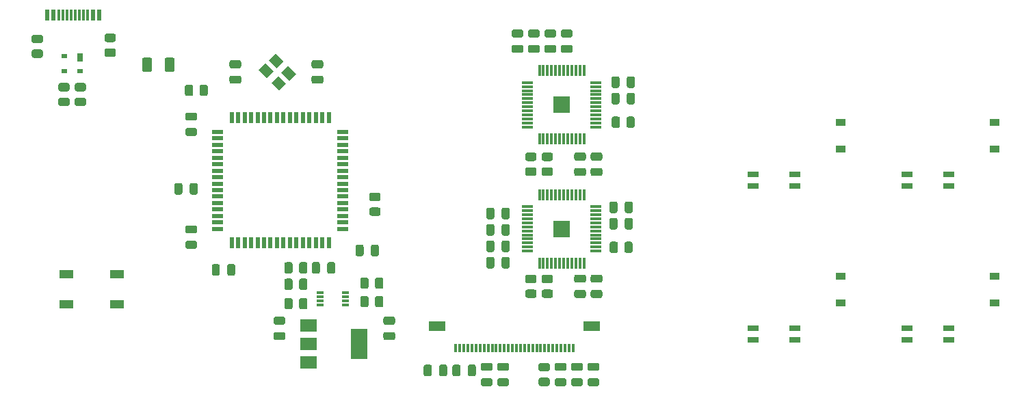
<source format=gbp>
G04 #@! TF.GenerationSoftware,KiCad,Pcbnew,(5.1.10)-1*
G04 #@! TF.CreationDate,2021-07-23T06:30:34-04:00*
G04 #@! TF.ProjectId,ProtoTooManyKeys,50726f74-6f54-46f6-9f4d-616e794b6579,1.5*
G04 #@! TF.SameCoordinates,Original*
G04 #@! TF.FileFunction,Paste,Bot*
G04 #@! TF.FilePolarity,Positive*
%FSLAX46Y46*%
G04 Gerber Fmt 4.6, Leading zero omitted, Abs format (unit mm)*
G04 Created by KiCad (PCBNEW (5.1.10)-1) date 2021-07-23 06:30:34*
%MOMM*%
%LPD*%
G01*
G04 APERTURE LIST*
%ADD10R,0.850000X0.300000*%
%ADD11R,0.600000X1.475000*%
%ADD12R,1.475000X0.600000*%
%ADD13R,2.000000X2.000000*%
%ADD14R,0.300000X1.475000*%
%ADD15R,1.475000X0.300000*%
%ADD16C,0.100000*%
%ADD17R,0.600000X1.450000*%
%ADD18R,0.300000X1.450000*%
%ADD19R,2.000000X1.500000*%
%ADD20R,2.000000X3.800000*%
%ADD21R,0.700000X1.000000*%
%ADD22R,0.700000X0.600000*%
%ADD23R,1.800000X1.100000*%
%ADD24R,2.000000X1.300000*%
%ADD25R,0.300000X1.000000*%
%ADD26R,1.400000X0.800000*%
%ADD27R,1.200000X0.900000*%
G04 APERTURE END LIST*
G36*
G01*
X375597000Y-403258000D02*
X375597000Y-404208000D01*
G75*
G02*
X375347000Y-404458000I-250000J0D01*
G01*
X374847000Y-404458000D01*
G75*
G02*
X374597000Y-404208000I0J250000D01*
G01*
X374597000Y-403258000D01*
G75*
G02*
X374847000Y-403008000I250000J0D01*
G01*
X375347000Y-403008000D01*
G75*
G02*
X375597000Y-403258000I0J-250000D01*
G01*
G37*
G36*
G01*
X377497000Y-403258000D02*
X377497000Y-404208000D01*
G75*
G02*
X377247000Y-404458000I-250000J0D01*
G01*
X376747000Y-404458000D01*
G75*
G02*
X376497000Y-404208000I0J250000D01*
G01*
X376497000Y-403258000D01*
G75*
G02*
X376747000Y-403008000I250000J0D01*
G01*
X377247000Y-403008000D01*
G75*
G02*
X377497000Y-403258000I0J-250000D01*
G01*
G37*
D10*
X375615000Y-406793000D03*
X375615000Y-407293000D03*
X375615000Y-407793000D03*
X375615000Y-408293000D03*
X378765000Y-408293000D03*
X378765000Y-407793000D03*
X378765000Y-407293000D03*
X378765000Y-406793000D03*
D11*
X364681250Y-400644250D03*
X365481250Y-400644250D03*
X366281250Y-400644250D03*
X367081250Y-400644250D03*
X367881250Y-400644250D03*
X368681250Y-400644250D03*
X369481250Y-400644250D03*
X370281250Y-400644250D03*
X371081250Y-400644250D03*
X371881250Y-400644250D03*
X372681250Y-400644250D03*
X373481250Y-400644250D03*
X374281250Y-400644250D03*
X375081250Y-400644250D03*
X375881250Y-400644250D03*
X376681250Y-400644250D03*
D12*
X378419250Y-398906250D03*
X378419250Y-398106250D03*
X378419250Y-397306250D03*
X378419250Y-396506250D03*
X378419250Y-395706250D03*
X378419250Y-394906250D03*
X378419250Y-394106250D03*
X378419250Y-393306250D03*
X378419250Y-392506250D03*
X378419250Y-391706250D03*
X378419250Y-390906250D03*
X378419250Y-390106250D03*
X378419250Y-389306250D03*
X378419250Y-388506250D03*
X378419250Y-387706250D03*
X378419250Y-386906250D03*
D11*
X376681250Y-385168250D03*
X375881250Y-385168250D03*
X375081250Y-385168250D03*
X374281250Y-385168250D03*
X373481250Y-385168250D03*
X372681250Y-385168250D03*
X371881250Y-385168250D03*
X371081250Y-385168250D03*
X370281250Y-385168250D03*
X369481250Y-385168250D03*
X368681250Y-385168250D03*
X367881250Y-385168250D03*
X367081250Y-385168250D03*
X366281250Y-385168250D03*
X365481250Y-385168250D03*
X364681250Y-385168250D03*
D12*
X362943250Y-386906250D03*
X362943250Y-387706250D03*
X362943250Y-388506250D03*
X362943250Y-389306250D03*
X362943250Y-390106250D03*
X362943250Y-390906250D03*
X362943250Y-391706250D03*
X362943250Y-392506250D03*
X362943250Y-393306250D03*
X362943250Y-394106250D03*
X362943250Y-394906250D03*
X362943250Y-395706250D03*
X362943250Y-396506250D03*
X362943250Y-397306250D03*
X362943250Y-398106250D03*
X362943250Y-398906250D03*
D13*
X405511000Y-398907000D03*
D14*
X402761000Y-403145000D03*
X403261000Y-403145000D03*
X403761000Y-403145000D03*
X404261000Y-403145000D03*
X404761000Y-403145000D03*
X405261000Y-403145000D03*
X405761000Y-403145000D03*
X406261000Y-403145000D03*
X406761000Y-403145000D03*
X407261000Y-403145000D03*
X407761000Y-403145000D03*
X408261000Y-403145000D03*
D15*
X409749000Y-401657000D03*
X409749000Y-401157000D03*
X409749000Y-400657000D03*
X409749000Y-400157000D03*
X409749000Y-399657000D03*
X409749000Y-399157000D03*
X409749000Y-398657000D03*
X409749000Y-398157000D03*
X409749000Y-397657000D03*
X409749000Y-397157000D03*
X409749000Y-396657000D03*
X409749000Y-396157000D03*
D14*
X408261000Y-394669000D03*
X407761000Y-394669000D03*
X407261000Y-394669000D03*
X406761000Y-394669000D03*
X406261000Y-394669000D03*
X405761000Y-394669000D03*
X405261000Y-394669000D03*
X404761000Y-394669000D03*
X404261000Y-394669000D03*
X403761000Y-394669000D03*
X403261000Y-394669000D03*
X402761000Y-394669000D03*
D15*
X401273000Y-396157000D03*
X401273000Y-396657000D03*
X401273000Y-397157000D03*
X401273000Y-397657000D03*
X401273000Y-398157000D03*
X401273000Y-398657000D03*
X401273000Y-399157000D03*
X401273000Y-399657000D03*
X401273000Y-400157000D03*
X401273000Y-400657000D03*
X401273000Y-401157000D03*
X401273000Y-401657000D03*
D13*
X405511000Y-383540000D03*
D14*
X402761000Y-387778000D03*
X403261000Y-387778000D03*
X403761000Y-387778000D03*
X404261000Y-387778000D03*
X404761000Y-387778000D03*
X405261000Y-387778000D03*
X405761000Y-387778000D03*
X406261000Y-387778000D03*
X406761000Y-387778000D03*
X407261000Y-387778000D03*
X407761000Y-387778000D03*
X408261000Y-387778000D03*
D15*
X409749000Y-386290000D03*
X409749000Y-385790000D03*
X409749000Y-385290000D03*
X409749000Y-384790000D03*
X409749000Y-384290000D03*
X409749000Y-383790000D03*
X409749000Y-383290000D03*
X409749000Y-382790000D03*
X409749000Y-382290000D03*
X409749000Y-381790000D03*
X409749000Y-381290000D03*
X409749000Y-380790000D03*
D14*
X408261000Y-379302000D03*
X407761000Y-379302000D03*
X407261000Y-379302000D03*
X406761000Y-379302000D03*
X406261000Y-379302000D03*
X405761000Y-379302000D03*
X405261000Y-379302000D03*
X404761000Y-379302000D03*
X404261000Y-379302000D03*
X403761000Y-379302000D03*
X403261000Y-379302000D03*
X402761000Y-379302000D03*
D15*
X401273000Y-380790000D03*
X401273000Y-381290000D03*
X401273000Y-381790000D03*
X401273000Y-382290000D03*
X401273000Y-382790000D03*
X401273000Y-383290000D03*
X401273000Y-383790000D03*
X401273000Y-384290000D03*
X401273000Y-384790000D03*
X401273000Y-385290000D03*
X401273000Y-385790000D03*
X401273000Y-386290000D03*
D16*
G36*
X372630097Y-379723488D02*
G01*
X371781569Y-380572016D01*
X370791619Y-379582066D01*
X371640147Y-378733538D01*
X372630097Y-379723488D01*
G37*
G36*
X371074462Y-378167853D02*
G01*
X370225934Y-379016381D01*
X369235984Y-378026431D01*
X370084512Y-377177903D01*
X371074462Y-378167853D01*
G37*
G36*
X369872381Y-379369934D02*
G01*
X369023853Y-380218462D01*
X368033903Y-379228512D01*
X368882431Y-378379984D01*
X369872381Y-379369934D01*
G37*
G36*
X371428016Y-380925569D02*
G01*
X370579488Y-381774097D01*
X369589538Y-380784147D01*
X370438066Y-379935619D01*
X371428016Y-380925569D01*
G37*
D17*
X348284000Y-372439000D03*
X341834000Y-372439000D03*
X347509000Y-372439000D03*
X342609000Y-372439000D03*
D18*
X343309000Y-372439000D03*
X346809000Y-372439000D03*
X343809000Y-372439000D03*
X346309000Y-372439000D03*
X344309000Y-372439000D03*
X345809000Y-372439000D03*
X345309000Y-372439000D03*
X344809000Y-372439000D03*
D19*
X374167000Y-415431000D03*
X374167000Y-410831000D03*
X374167000Y-413131000D03*
D20*
X380467000Y-413131000D03*
D21*
X345932000Y-377710000D03*
D22*
X343932000Y-377510000D03*
X345932000Y-379410000D03*
X343932000Y-379410000D03*
D23*
X350445000Y-408250000D03*
X344245000Y-404550000D03*
X350445000Y-404550000D03*
X344245000Y-408250000D03*
G36*
G01*
X413531000Y-386149002D02*
X413531000Y-385248998D01*
G75*
G02*
X413780998Y-384999000I249998J0D01*
G01*
X414306002Y-384999000D01*
G75*
G02*
X414556000Y-385248998I0J-249998D01*
G01*
X414556000Y-386149002D01*
G75*
G02*
X414306002Y-386399000I-249998J0D01*
G01*
X413780998Y-386399000D01*
G75*
G02*
X413531000Y-386149002I0J249998D01*
G01*
G37*
G36*
G01*
X411706000Y-386149002D02*
X411706000Y-385248998D01*
G75*
G02*
X411955998Y-384999000I249998J0D01*
G01*
X412481002Y-384999000D01*
G75*
G02*
X412731000Y-385248998I0J-249998D01*
G01*
X412731000Y-386149002D01*
G75*
G02*
X412481002Y-386399000I-249998J0D01*
G01*
X411955998Y-386399000D01*
G75*
G02*
X411706000Y-386149002I0J249998D01*
G01*
G37*
G36*
G01*
X401250998Y-391306000D02*
X402151002Y-391306000D01*
G75*
G02*
X402401000Y-391555998I0J-249998D01*
G01*
X402401000Y-392081002D01*
G75*
G02*
X402151002Y-392331000I-249998J0D01*
G01*
X401250998Y-392331000D01*
G75*
G02*
X401001000Y-392081002I0J249998D01*
G01*
X401001000Y-391555998D01*
G75*
G02*
X401250998Y-391306000I249998J0D01*
G01*
G37*
G36*
G01*
X401250998Y-389481000D02*
X402151002Y-389481000D01*
G75*
G02*
X402401000Y-389730998I0J-249998D01*
G01*
X402401000Y-390256002D01*
G75*
G02*
X402151002Y-390506000I-249998J0D01*
G01*
X401250998Y-390506000D01*
G75*
G02*
X401001000Y-390256002I0J249998D01*
G01*
X401001000Y-389730998D01*
G75*
G02*
X401250998Y-389481000I249998J0D01*
G01*
G37*
G36*
G01*
X403282998Y-391306000D02*
X404183002Y-391306000D01*
G75*
G02*
X404433000Y-391555998I0J-249998D01*
G01*
X404433000Y-392081002D01*
G75*
G02*
X404183002Y-392331000I-249998J0D01*
G01*
X403282998Y-392331000D01*
G75*
G02*
X403033000Y-392081002I0J249998D01*
G01*
X403033000Y-391555998D01*
G75*
G02*
X403282998Y-391306000I249998J0D01*
G01*
G37*
G36*
G01*
X403282998Y-389481000D02*
X404183002Y-389481000D01*
G75*
G02*
X404433000Y-389730998I0J-249998D01*
G01*
X404433000Y-390256002D01*
G75*
G02*
X404183002Y-390506000I-249998J0D01*
G01*
X403282998Y-390506000D01*
G75*
G02*
X403033000Y-390256002I0J249998D01*
G01*
X403033000Y-389730998D01*
G75*
G02*
X403282998Y-389481000I249998J0D01*
G01*
G37*
G36*
G01*
X413277000Y-401643002D02*
X413277000Y-400742998D01*
G75*
G02*
X413526998Y-400493000I249998J0D01*
G01*
X414052002Y-400493000D01*
G75*
G02*
X414302000Y-400742998I0J-249998D01*
G01*
X414302000Y-401643002D01*
G75*
G02*
X414052002Y-401893000I-249998J0D01*
G01*
X413526998Y-401893000D01*
G75*
G02*
X413277000Y-401643002I0J249998D01*
G01*
G37*
G36*
G01*
X411452000Y-401643002D02*
X411452000Y-400742998D01*
G75*
G02*
X411701998Y-400493000I249998J0D01*
G01*
X412227002Y-400493000D01*
G75*
G02*
X412477000Y-400742998I0J-249998D01*
G01*
X412477000Y-401643002D01*
G75*
G02*
X412227002Y-401893000I-249998J0D01*
G01*
X411701998Y-401893000D01*
G75*
G02*
X411452000Y-401643002I0J249998D01*
G01*
G37*
G36*
G01*
X401250998Y-406419000D02*
X402151002Y-406419000D01*
G75*
G02*
X402401000Y-406668998I0J-249998D01*
G01*
X402401000Y-407194002D01*
G75*
G02*
X402151002Y-407444000I-249998J0D01*
G01*
X401250998Y-407444000D01*
G75*
G02*
X401001000Y-407194002I0J249998D01*
G01*
X401001000Y-406668998D01*
G75*
G02*
X401250998Y-406419000I249998J0D01*
G01*
G37*
G36*
G01*
X401250998Y-404594000D02*
X402151002Y-404594000D01*
G75*
G02*
X402401000Y-404843998I0J-249998D01*
G01*
X402401000Y-405369002D01*
G75*
G02*
X402151002Y-405619000I-249998J0D01*
G01*
X401250998Y-405619000D01*
G75*
G02*
X401001000Y-405369002I0J249998D01*
G01*
X401001000Y-404843998D01*
G75*
G02*
X401250998Y-404594000I249998J0D01*
G01*
G37*
G36*
G01*
X403282998Y-406419000D02*
X404183002Y-406419000D01*
G75*
G02*
X404433000Y-406668998I0J-249998D01*
G01*
X404433000Y-407194002D01*
G75*
G02*
X404183002Y-407444000I-249998J0D01*
G01*
X403282998Y-407444000D01*
G75*
G02*
X403033000Y-407194002I0J249998D01*
G01*
X403033000Y-406668998D01*
G75*
G02*
X403282998Y-406419000I249998J0D01*
G01*
G37*
G36*
G01*
X403282998Y-404594000D02*
X404183002Y-404594000D01*
G75*
G02*
X404433000Y-404843998I0J-249998D01*
G01*
X404433000Y-405369002D01*
G75*
G02*
X404183002Y-405619000I-249998J0D01*
G01*
X403282998Y-405619000D01*
G75*
G02*
X403033000Y-405369002I0J249998D01*
G01*
X403033000Y-404843998D01*
G75*
G02*
X403282998Y-404594000I249998J0D01*
G01*
G37*
G36*
G01*
X373018000Y-408628002D02*
X373018000Y-407727998D01*
G75*
G02*
X373267998Y-407478000I249998J0D01*
G01*
X373793002Y-407478000D01*
G75*
G02*
X374043000Y-407727998I0J-249998D01*
G01*
X374043000Y-408628002D01*
G75*
G02*
X373793002Y-408878000I-249998J0D01*
G01*
X373267998Y-408878000D01*
G75*
G02*
X373018000Y-408628002I0J249998D01*
G01*
G37*
G36*
G01*
X371193000Y-408628002D02*
X371193000Y-407727998D01*
G75*
G02*
X371442998Y-407478000I249998J0D01*
G01*
X371968002Y-407478000D01*
G75*
G02*
X372218000Y-407727998I0J-249998D01*
G01*
X372218000Y-408628002D01*
G75*
G02*
X371968002Y-408878000I-249998J0D01*
G01*
X371442998Y-408878000D01*
G75*
G02*
X371193000Y-408628002I0J249998D01*
G01*
G37*
G36*
G01*
X373018000Y-406215002D02*
X373018000Y-405314998D01*
G75*
G02*
X373267998Y-405065000I249998J0D01*
G01*
X373793002Y-405065000D01*
G75*
G02*
X374043000Y-405314998I0J-249998D01*
G01*
X374043000Y-406215002D01*
G75*
G02*
X373793002Y-406465000I-249998J0D01*
G01*
X373267998Y-406465000D01*
G75*
G02*
X373018000Y-406215002I0J249998D01*
G01*
G37*
G36*
G01*
X371193000Y-406215002D02*
X371193000Y-405314998D01*
G75*
G02*
X371442998Y-405065000I249998J0D01*
G01*
X371968002Y-405065000D01*
G75*
G02*
X372218000Y-405314998I0J-249998D01*
G01*
X372218000Y-406215002D01*
G75*
G02*
X371968002Y-406465000I-249998J0D01*
G01*
X371442998Y-406465000D01*
G75*
G02*
X371193000Y-406215002I0J249998D01*
G01*
G37*
G36*
G01*
X373018000Y-404183002D02*
X373018000Y-403282998D01*
G75*
G02*
X373267998Y-403033000I249998J0D01*
G01*
X373793002Y-403033000D01*
G75*
G02*
X374043000Y-403282998I0J-249998D01*
G01*
X374043000Y-404183002D01*
G75*
G02*
X373793002Y-404433000I-249998J0D01*
G01*
X373267998Y-404433000D01*
G75*
G02*
X373018000Y-404183002I0J249998D01*
G01*
G37*
G36*
G01*
X371193000Y-404183002D02*
X371193000Y-403282998D01*
G75*
G02*
X371442998Y-403033000I249998J0D01*
G01*
X371968002Y-403033000D01*
G75*
G02*
X372218000Y-403282998I0J-249998D01*
G01*
X372218000Y-404183002D01*
G75*
G02*
X371968002Y-404433000I-249998J0D01*
G01*
X371442998Y-404433000D01*
G75*
G02*
X371193000Y-404183002I0J249998D01*
G01*
G37*
G36*
G01*
X402901998Y-415516000D02*
X403802002Y-415516000D01*
G75*
G02*
X404052000Y-415765998I0J-249998D01*
G01*
X404052000Y-416291002D01*
G75*
G02*
X403802002Y-416541000I-249998J0D01*
G01*
X402901998Y-416541000D01*
G75*
G02*
X402652000Y-416291002I0J249998D01*
G01*
X402652000Y-415765998D01*
G75*
G02*
X402901998Y-415516000I249998J0D01*
G01*
G37*
G36*
G01*
X402901998Y-417341000D02*
X403802002Y-417341000D01*
G75*
G02*
X404052000Y-417590998I0J-249998D01*
G01*
X404052000Y-418116002D01*
G75*
G02*
X403802002Y-418366000I-249998J0D01*
G01*
X402901998Y-418366000D01*
G75*
G02*
X402652000Y-418116002I0J249998D01*
G01*
X402652000Y-417590998D01*
G75*
G02*
X402901998Y-417341000I249998J0D01*
G01*
G37*
G36*
G01*
X381946998Y-396259000D02*
X382847002Y-396259000D01*
G75*
G02*
X383097000Y-396508998I0J-249998D01*
G01*
X383097000Y-397034002D01*
G75*
G02*
X382847002Y-397284000I-249998J0D01*
G01*
X381946998Y-397284000D01*
G75*
G02*
X381697000Y-397034002I0J249998D01*
G01*
X381697000Y-396508998D01*
G75*
G02*
X381946998Y-396259000I249998J0D01*
G01*
G37*
G36*
G01*
X381946998Y-394434000D02*
X382847002Y-394434000D01*
G75*
G02*
X383097000Y-394683998I0J-249998D01*
G01*
X383097000Y-395209002D01*
G75*
G02*
X382847002Y-395459000I-249998J0D01*
G01*
X381946998Y-395459000D01*
G75*
G02*
X381697000Y-395209002I0J249998D01*
G01*
X381697000Y-394683998D01*
G75*
G02*
X381946998Y-394434000I249998J0D01*
G01*
G37*
G36*
G01*
X350081002Y-375774000D02*
X349180998Y-375774000D01*
G75*
G02*
X348931000Y-375524002I0J249998D01*
G01*
X348931000Y-374998998D01*
G75*
G02*
X349180998Y-374749000I249998J0D01*
G01*
X350081002Y-374749000D01*
G75*
G02*
X350331000Y-374998998I0J-249998D01*
G01*
X350331000Y-375524002D01*
G75*
G02*
X350081002Y-375774000I-249998J0D01*
G01*
G37*
G36*
G01*
X350081002Y-377599000D02*
X349180998Y-377599000D01*
G75*
G02*
X348931000Y-377349002I0J249998D01*
G01*
X348931000Y-376823998D01*
G75*
G02*
X349180998Y-376574000I249998J0D01*
G01*
X350081002Y-376574000D01*
G75*
G02*
X350331000Y-376823998I0J-249998D01*
G01*
X350331000Y-377349002D01*
G75*
G02*
X350081002Y-377599000I-249998J0D01*
G01*
G37*
G36*
G01*
X381616000Y-407473998D02*
X381616000Y-408374002D01*
G75*
G02*
X381366002Y-408624000I-249998J0D01*
G01*
X380840998Y-408624000D01*
G75*
G02*
X380591000Y-408374002I0J249998D01*
G01*
X380591000Y-407473998D01*
G75*
G02*
X380840998Y-407224000I249998J0D01*
G01*
X381366002Y-407224000D01*
G75*
G02*
X381616000Y-407473998I0J-249998D01*
G01*
G37*
G36*
G01*
X383441000Y-407473998D02*
X383441000Y-408374002D01*
G75*
G02*
X383191002Y-408624000I-249998J0D01*
G01*
X382665998Y-408624000D01*
G75*
G02*
X382416000Y-408374002I0J249998D01*
G01*
X382416000Y-407473998D01*
G75*
G02*
X382665998Y-407224000I249998J0D01*
G01*
X383191002Y-407224000D01*
G75*
G02*
X383441000Y-407473998I0J-249998D01*
G01*
G37*
G36*
G01*
X382416000Y-406088002D02*
X382416000Y-405187998D01*
G75*
G02*
X382665998Y-404938000I249998J0D01*
G01*
X383191002Y-404938000D01*
G75*
G02*
X383441000Y-405187998I0J-249998D01*
G01*
X383441000Y-406088002D01*
G75*
G02*
X383191002Y-406338000I-249998J0D01*
G01*
X382665998Y-406338000D01*
G75*
G02*
X382416000Y-406088002I0J249998D01*
G01*
G37*
G36*
G01*
X380591000Y-406088002D02*
X380591000Y-405187998D01*
G75*
G02*
X380840998Y-404938000I249998J0D01*
G01*
X381366002Y-404938000D01*
G75*
G02*
X381616000Y-405187998I0J-249998D01*
G01*
X381616000Y-406088002D01*
G75*
G02*
X381366002Y-406338000I-249998J0D01*
G01*
X380840998Y-406338000D01*
G75*
G02*
X380591000Y-406088002I0J249998D01*
G01*
G37*
G36*
G01*
X341064002Y-375901000D02*
X340163998Y-375901000D01*
G75*
G02*
X339914000Y-375651002I0J249998D01*
G01*
X339914000Y-375125998D01*
G75*
G02*
X340163998Y-374876000I249998J0D01*
G01*
X341064002Y-374876000D01*
G75*
G02*
X341314000Y-375125998I0J-249998D01*
G01*
X341314000Y-375651002D01*
G75*
G02*
X341064002Y-375901000I-249998J0D01*
G01*
G37*
G36*
G01*
X341064002Y-377726000D02*
X340163998Y-377726000D01*
G75*
G02*
X339914000Y-377476002I0J249998D01*
G01*
X339914000Y-376950998D01*
G75*
G02*
X340163998Y-376701000I249998J0D01*
G01*
X341064002Y-376701000D01*
G75*
G02*
X341314000Y-376950998I0J-249998D01*
G01*
X341314000Y-377476002D01*
G75*
G02*
X341064002Y-377726000I-249998J0D01*
G01*
G37*
G36*
G01*
X346398002Y-381870000D02*
X345497998Y-381870000D01*
G75*
G02*
X345248000Y-381620002I0J249998D01*
G01*
X345248000Y-381094998D01*
G75*
G02*
X345497998Y-380845000I249998J0D01*
G01*
X346398002Y-380845000D01*
G75*
G02*
X346648000Y-381094998I0J-249998D01*
G01*
X346648000Y-381620002D01*
G75*
G02*
X346398002Y-381870000I-249998J0D01*
G01*
G37*
G36*
G01*
X346398002Y-383695000D02*
X345497998Y-383695000D01*
G75*
G02*
X345248000Y-383445002I0J249998D01*
G01*
X345248000Y-382919998D01*
G75*
G02*
X345497998Y-382670000I249998J0D01*
G01*
X346398002Y-382670000D01*
G75*
G02*
X346648000Y-382919998I0J-249998D01*
G01*
X346648000Y-383445002D01*
G75*
G02*
X346398002Y-383695000I-249998J0D01*
G01*
G37*
G36*
G01*
X344366002Y-381870000D02*
X343465998Y-381870000D01*
G75*
G02*
X343216000Y-381620002I0J249998D01*
G01*
X343216000Y-381094998D01*
G75*
G02*
X343465998Y-380845000I249998J0D01*
G01*
X344366002Y-380845000D01*
G75*
G02*
X344616000Y-381094998I0J-249998D01*
G01*
X344616000Y-381620002D01*
G75*
G02*
X344366002Y-381870000I-249998J0D01*
G01*
G37*
G36*
G01*
X344366002Y-383695000D02*
X343465998Y-383695000D01*
G75*
G02*
X343216000Y-383445002I0J249998D01*
G01*
X343216000Y-382919998D01*
G75*
G02*
X343465998Y-382670000I249998J0D01*
G01*
X344366002Y-382670000D01*
G75*
G02*
X344616000Y-382919998I0J-249998D01*
G01*
X344616000Y-383445002D01*
G75*
G02*
X344366002Y-383695000I-249998J0D01*
G01*
G37*
G36*
G01*
X360699000Y-382212002D02*
X360699000Y-381311998D01*
G75*
G02*
X360948998Y-381062000I249998J0D01*
G01*
X361474002Y-381062000D01*
G75*
G02*
X361724000Y-381311998I0J-249998D01*
G01*
X361724000Y-382212002D01*
G75*
G02*
X361474002Y-382462000I-249998J0D01*
G01*
X360948998Y-382462000D01*
G75*
G02*
X360699000Y-382212002I0J249998D01*
G01*
G37*
G36*
G01*
X358874000Y-382212002D02*
X358874000Y-381311998D01*
G75*
G02*
X359123998Y-381062000I249998J0D01*
G01*
X359649002Y-381062000D01*
G75*
G02*
X359899000Y-381311998I0J-249998D01*
G01*
X359899000Y-382212002D01*
G75*
G02*
X359649002Y-382462000I-249998J0D01*
G01*
X359123998Y-382462000D01*
G75*
G02*
X358874000Y-382212002I0J249998D01*
G01*
G37*
D24*
X409219000Y-410932000D03*
X390119000Y-410932000D03*
D25*
X406919000Y-413632000D03*
X406419000Y-413632000D03*
X405919000Y-413632000D03*
X405419000Y-413632000D03*
X404919000Y-413632000D03*
X404419000Y-413632000D03*
X403919000Y-413632000D03*
X403419000Y-413632000D03*
X402919000Y-413632000D03*
X402419000Y-413632000D03*
X401919000Y-413632000D03*
X401419000Y-413632000D03*
X400919000Y-413632000D03*
X400419000Y-413632000D03*
X399919000Y-413632000D03*
X399419000Y-413632000D03*
X398919000Y-413632000D03*
X398419000Y-413632000D03*
X397919000Y-413632000D03*
X397419000Y-413632000D03*
X396919000Y-413632000D03*
X396419000Y-413632000D03*
X395919000Y-413632000D03*
X395419000Y-413632000D03*
X394919000Y-413632000D03*
X394419000Y-413632000D03*
X393919000Y-413632000D03*
X393419000Y-413632000D03*
X392919000Y-413632000D03*
X392419000Y-413632000D03*
G36*
G01*
X354825000Y-377962000D02*
X354825000Y-379212000D01*
G75*
G02*
X354575000Y-379462000I-250000J0D01*
G01*
X353825000Y-379462000D01*
G75*
G02*
X353575000Y-379212000I0J250000D01*
G01*
X353575000Y-377962000D01*
G75*
G02*
X353825000Y-377712000I250000J0D01*
G01*
X354575000Y-377712000D01*
G75*
G02*
X354825000Y-377962000I0J-250000D01*
G01*
G37*
G36*
G01*
X357625000Y-377962000D02*
X357625000Y-379212000D01*
G75*
G02*
X357375000Y-379462000I-250000J0D01*
G01*
X356625000Y-379462000D01*
G75*
G02*
X356375000Y-379212000I0J250000D01*
G01*
X356375000Y-377962000D01*
G75*
G02*
X356625000Y-377712000I250000J0D01*
G01*
X357375000Y-377712000D01*
G75*
G02*
X357625000Y-377962000I0J-250000D01*
G01*
G37*
D26*
X453450000Y-411230837D03*
X448250000Y-411230837D03*
X448250000Y-412680837D03*
X453450000Y-412680837D03*
X434400000Y-411230837D03*
X429200000Y-411230837D03*
X429200000Y-412680837D03*
X434400000Y-412680837D03*
D27*
X459105000Y-404750000D03*
X459105000Y-408050000D03*
X459105000Y-385700000D03*
X459105000Y-389000000D03*
X440055000Y-404750000D03*
X440055000Y-408050000D03*
X440055000Y-389000000D03*
X440055000Y-385700000D03*
D26*
X453450000Y-392183000D03*
X448250000Y-392183000D03*
X448250000Y-393633000D03*
X453450000Y-393633000D03*
X434400000Y-393633000D03*
X429200000Y-393633000D03*
X429200000Y-392183000D03*
X434400000Y-392183000D03*
G36*
G01*
X398087000Y-399509000D02*
X398087000Y-398559000D01*
G75*
G02*
X398337000Y-398309000I250000J0D01*
G01*
X398837000Y-398309000D01*
G75*
G02*
X399087000Y-398559000I0J-250000D01*
G01*
X399087000Y-399509000D01*
G75*
G02*
X398837000Y-399759000I-250000J0D01*
G01*
X398337000Y-399759000D01*
G75*
G02*
X398087000Y-399509000I0J250000D01*
G01*
G37*
G36*
G01*
X396187000Y-399509000D02*
X396187000Y-398559000D01*
G75*
G02*
X396437000Y-398309000I250000J0D01*
G01*
X396937000Y-398309000D01*
G75*
G02*
X397187000Y-398559000I0J-250000D01*
G01*
X397187000Y-399509000D01*
G75*
G02*
X396937000Y-399759000I-250000J0D01*
G01*
X396437000Y-399759000D01*
G75*
G02*
X396187000Y-399509000I0J250000D01*
G01*
G37*
G36*
G01*
X401607000Y-376116000D02*
X402557000Y-376116000D01*
G75*
G02*
X402807000Y-376366000I0J-250000D01*
G01*
X402807000Y-376866000D01*
G75*
G02*
X402557000Y-377116000I-250000J0D01*
G01*
X401607000Y-377116000D01*
G75*
G02*
X401357000Y-376866000I0J250000D01*
G01*
X401357000Y-376366000D01*
G75*
G02*
X401607000Y-376116000I250000J0D01*
G01*
G37*
G36*
G01*
X401607000Y-374216000D02*
X402557000Y-374216000D01*
G75*
G02*
X402807000Y-374466000I0J-250000D01*
G01*
X402807000Y-374966000D01*
G75*
G02*
X402557000Y-375216000I-250000J0D01*
G01*
X401607000Y-375216000D01*
G75*
G02*
X401357000Y-374966000I0J250000D01*
G01*
X401357000Y-374466000D01*
G75*
G02*
X401607000Y-374216000I250000J0D01*
G01*
G37*
G36*
G01*
X413581000Y-381221000D02*
X413581000Y-380271000D01*
G75*
G02*
X413831000Y-380021000I250000J0D01*
G01*
X414331000Y-380021000D01*
G75*
G02*
X414581000Y-380271000I0J-250000D01*
G01*
X414581000Y-381221000D01*
G75*
G02*
X414331000Y-381471000I-250000J0D01*
G01*
X413831000Y-381471000D01*
G75*
G02*
X413581000Y-381221000I0J250000D01*
G01*
G37*
G36*
G01*
X411681000Y-381221000D02*
X411681000Y-380271000D01*
G75*
G02*
X411931000Y-380021000I250000J0D01*
G01*
X412431000Y-380021000D01*
G75*
G02*
X412681000Y-380271000I0J-250000D01*
G01*
X412681000Y-381221000D01*
G75*
G02*
X412431000Y-381471000I-250000J0D01*
G01*
X411931000Y-381471000D01*
G75*
G02*
X411681000Y-381221000I0J250000D01*
G01*
G37*
G36*
G01*
X413581000Y-383253000D02*
X413581000Y-382303000D01*
G75*
G02*
X413831000Y-382053000I250000J0D01*
G01*
X414331000Y-382053000D01*
G75*
G02*
X414581000Y-382303000I0J-250000D01*
G01*
X414581000Y-383253000D01*
G75*
G02*
X414331000Y-383503000I-250000J0D01*
G01*
X413831000Y-383503000D01*
G75*
G02*
X413581000Y-383253000I0J250000D01*
G01*
G37*
G36*
G01*
X411681000Y-383253000D02*
X411681000Y-382303000D01*
G75*
G02*
X411931000Y-382053000I250000J0D01*
G01*
X412431000Y-382053000D01*
G75*
G02*
X412681000Y-382303000I0J-250000D01*
G01*
X412681000Y-383253000D01*
G75*
G02*
X412431000Y-383503000I-250000J0D01*
G01*
X411931000Y-383503000D01*
G75*
G02*
X411681000Y-383253000I0J250000D01*
G01*
G37*
G36*
G01*
X400525000Y-375216000D02*
X399575000Y-375216000D01*
G75*
G02*
X399325000Y-374966000I0J250000D01*
G01*
X399325000Y-374466000D01*
G75*
G02*
X399575000Y-374216000I250000J0D01*
G01*
X400525000Y-374216000D01*
G75*
G02*
X400775000Y-374466000I0J-250000D01*
G01*
X400775000Y-374966000D01*
G75*
G02*
X400525000Y-375216000I-250000J0D01*
G01*
G37*
G36*
G01*
X400525000Y-377116000D02*
X399575000Y-377116000D01*
G75*
G02*
X399325000Y-376866000I0J250000D01*
G01*
X399325000Y-376366000D01*
G75*
G02*
X399575000Y-376116000I250000J0D01*
G01*
X400525000Y-376116000D01*
G75*
G02*
X400775000Y-376366000I0J-250000D01*
G01*
X400775000Y-376866000D01*
G75*
G02*
X400525000Y-377116000I-250000J0D01*
G01*
G37*
G36*
G01*
X406621000Y-375216000D02*
X405671000Y-375216000D01*
G75*
G02*
X405421000Y-374966000I0J250000D01*
G01*
X405421000Y-374466000D01*
G75*
G02*
X405671000Y-374216000I250000J0D01*
G01*
X406621000Y-374216000D01*
G75*
G02*
X406871000Y-374466000I0J-250000D01*
G01*
X406871000Y-374966000D01*
G75*
G02*
X406621000Y-375216000I-250000J0D01*
G01*
G37*
G36*
G01*
X406621000Y-377116000D02*
X405671000Y-377116000D01*
G75*
G02*
X405421000Y-376866000I0J250000D01*
G01*
X405421000Y-376366000D01*
G75*
G02*
X405671000Y-376116000I250000J0D01*
G01*
X406621000Y-376116000D01*
G75*
G02*
X406871000Y-376366000I0J-250000D01*
G01*
X406871000Y-376866000D01*
G75*
G02*
X406621000Y-377116000I-250000J0D01*
G01*
G37*
G36*
G01*
X404589000Y-375216000D02*
X403639000Y-375216000D01*
G75*
G02*
X403389000Y-374966000I0J250000D01*
G01*
X403389000Y-374466000D01*
G75*
G02*
X403639000Y-374216000I250000J0D01*
G01*
X404589000Y-374216000D01*
G75*
G02*
X404839000Y-374466000I0J-250000D01*
G01*
X404839000Y-374966000D01*
G75*
G02*
X404589000Y-375216000I-250000J0D01*
G01*
G37*
G36*
G01*
X404589000Y-377116000D02*
X403639000Y-377116000D01*
G75*
G02*
X403389000Y-376866000I0J250000D01*
G01*
X403389000Y-376366000D01*
G75*
G02*
X403639000Y-376116000I250000J0D01*
G01*
X404589000Y-376116000D01*
G75*
G02*
X404839000Y-376366000I0J-250000D01*
G01*
X404839000Y-376866000D01*
G75*
G02*
X404589000Y-377116000I-250000J0D01*
G01*
G37*
G36*
G01*
X384650000Y-410776000D02*
X383700000Y-410776000D01*
G75*
G02*
X383450000Y-410526000I0J250000D01*
G01*
X383450000Y-410026000D01*
G75*
G02*
X383700000Y-409776000I250000J0D01*
G01*
X384650000Y-409776000D01*
G75*
G02*
X384900000Y-410026000I0J-250000D01*
G01*
X384900000Y-410526000D01*
G75*
G02*
X384650000Y-410776000I-250000J0D01*
G01*
G37*
G36*
G01*
X384650000Y-412676000D02*
X383700000Y-412676000D01*
G75*
G02*
X383450000Y-412426000I0J250000D01*
G01*
X383450000Y-411926000D01*
G75*
G02*
X383700000Y-411676000I250000J0D01*
G01*
X384650000Y-411676000D01*
G75*
G02*
X384900000Y-411926000I0J-250000D01*
G01*
X384900000Y-412426000D01*
G75*
G02*
X384650000Y-412676000I-250000J0D01*
G01*
G37*
G36*
G01*
X370111000Y-411676000D02*
X371061000Y-411676000D01*
G75*
G02*
X371311000Y-411926000I0J-250000D01*
G01*
X371311000Y-412426000D01*
G75*
G02*
X371061000Y-412676000I-250000J0D01*
G01*
X370111000Y-412676000D01*
G75*
G02*
X369861000Y-412426000I0J250000D01*
G01*
X369861000Y-411926000D01*
G75*
G02*
X370111000Y-411676000I250000J0D01*
G01*
G37*
G36*
G01*
X370111000Y-409776000D02*
X371061000Y-409776000D01*
G75*
G02*
X371311000Y-410026000I0J-250000D01*
G01*
X371311000Y-410526000D01*
G75*
G02*
X371061000Y-410776000I-250000J0D01*
G01*
X370111000Y-410776000D01*
G75*
G02*
X369861000Y-410526000I0J250000D01*
G01*
X369861000Y-410026000D01*
G75*
G02*
X370111000Y-409776000I250000J0D01*
G01*
G37*
G36*
G01*
X409354000Y-391356000D02*
X410304000Y-391356000D01*
G75*
G02*
X410554000Y-391606000I0J-250000D01*
G01*
X410554000Y-392106000D01*
G75*
G02*
X410304000Y-392356000I-250000J0D01*
G01*
X409354000Y-392356000D01*
G75*
G02*
X409104000Y-392106000I0J250000D01*
G01*
X409104000Y-391606000D01*
G75*
G02*
X409354000Y-391356000I250000J0D01*
G01*
G37*
G36*
G01*
X409354000Y-389456000D02*
X410304000Y-389456000D01*
G75*
G02*
X410554000Y-389706000I0J-250000D01*
G01*
X410554000Y-390206000D01*
G75*
G02*
X410304000Y-390456000I-250000J0D01*
G01*
X409354000Y-390456000D01*
G75*
G02*
X409104000Y-390206000I0J250000D01*
G01*
X409104000Y-389706000D01*
G75*
G02*
X409354000Y-389456000I250000J0D01*
G01*
G37*
G36*
G01*
X407322000Y-391356000D02*
X408272000Y-391356000D01*
G75*
G02*
X408522000Y-391606000I0J-250000D01*
G01*
X408522000Y-392106000D01*
G75*
G02*
X408272000Y-392356000I-250000J0D01*
G01*
X407322000Y-392356000D01*
G75*
G02*
X407072000Y-392106000I0J250000D01*
G01*
X407072000Y-391606000D01*
G75*
G02*
X407322000Y-391356000I250000J0D01*
G01*
G37*
G36*
G01*
X407322000Y-389456000D02*
X408272000Y-389456000D01*
G75*
G02*
X408522000Y-389706000I0J-250000D01*
G01*
X408522000Y-390206000D01*
G75*
G02*
X408272000Y-390456000I-250000J0D01*
G01*
X407322000Y-390456000D01*
G75*
G02*
X407072000Y-390206000I0J250000D01*
G01*
X407072000Y-389706000D01*
G75*
G02*
X407322000Y-389456000I250000J0D01*
G01*
G37*
G36*
G01*
X408272000Y-405569000D02*
X407322000Y-405569000D01*
G75*
G02*
X407072000Y-405319000I0J250000D01*
G01*
X407072000Y-404819000D01*
G75*
G02*
X407322000Y-404569000I250000J0D01*
G01*
X408272000Y-404569000D01*
G75*
G02*
X408522000Y-404819000I0J-250000D01*
G01*
X408522000Y-405319000D01*
G75*
G02*
X408272000Y-405569000I-250000J0D01*
G01*
G37*
G36*
G01*
X408272000Y-407469000D02*
X407322000Y-407469000D01*
G75*
G02*
X407072000Y-407219000I0J250000D01*
G01*
X407072000Y-406719000D01*
G75*
G02*
X407322000Y-406469000I250000J0D01*
G01*
X408272000Y-406469000D01*
G75*
G02*
X408522000Y-406719000I0J-250000D01*
G01*
X408522000Y-407219000D01*
G75*
G02*
X408272000Y-407469000I-250000J0D01*
G01*
G37*
G36*
G01*
X410304000Y-405569000D02*
X409354000Y-405569000D01*
G75*
G02*
X409104000Y-405319000I0J250000D01*
G01*
X409104000Y-404819000D01*
G75*
G02*
X409354000Y-404569000I250000J0D01*
G01*
X410304000Y-404569000D01*
G75*
G02*
X410554000Y-404819000I0J-250000D01*
G01*
X410554000Y-405319000D01*
G75*
G02*
X410304000Y-405569000I-250000J0D01*
G01*
G37*
G36*
G01*
X410304000Y-407469000D02*
X409354000Y-407469000D01*
G75*
G02*
X409104000Y-407219000I0J250000D01*
G01*
X409104000Y-406719000D01*
G75*
G02*
X409354000Y-406469000I250000J0D01*
G01*
X410304000Y-406469000D01*
G75*
G02*
X410554000Y-406719000I0J-250000D01*
G01*
X410554000Y-407219000D01*
G75*
G02*
X410304000Y-407469000I-250000J0D01*
G01*
G37*
G36*
G01*
X397187000Y-396527000D02*
X397187000Y-397477000D01*
G75*
G02*
X396937000Y-397727000I-250000J0D01*
G01*
X396437000Y-397727000D01*
G75*
G02*
X396187000Y-397477000I0J250000D01*
G01*
X396187000Y-396527000D01*
G75*
G02*
X396437000Y-396277000I250000J0D01*
G01*
X396937000Y-396277000D01*
G75*
G02*
X397187000Y-396527000I0J-250000D01*
G01*
G37*
G36*
G01*
X399087000Y-396527000D02*
X399087000Y-397477000D01*
G75*
G02*
X398837000Y-397727000I-250000J0D01*
G01*
X398337000Y-397727000D01*
G75*
G02*
X398087000Y-397477000I0J250000D01*
G01*
X398087000Y-396527000D01*
G75*
G02*
X398337000Y-396277000I250000J0D01*
G01*
X398837000Y-396277000D01*
G75*
G02*
X399087000Y-396527000I0J-250000D01*
G01*
G37*
G36*
G01*
X365600000Y-379026000D02*
X364650000Y-379026000D01*
G75*
G02*
X364400000Y-378776000I0J250000D01*
G01*
X364400000Y-378276000D01*
G75*
G02*
X364650000Y-378026000I250000J0D01*
G01*
X365600000Y-378026000D01*
G75*
G02*
X365850000Y-378276000I0J-250000D01*
G01*
X365850000Y-378776000D01*
G75*
G02*
X365600000Y-379026000I-250000J0D01*
G01*
G37*
G36*
G01*
X365600000Y-380926000D02*
X364650000Y-380926000D01*
G75*
G02*
X364400000Y-380676000I0J250000D01*
G01*
X364400000Y-380176000D01*
G75*
G02*
X364650000Y-379926000I250000J0D01*
G01*
X365600000Y-379926000D01*
G75*
G02*
X365850000Y-380176000I0J-250000D01*
G01*
X365850000Y-380676000D01*
G75*
G02*
X365600000Y-380926000I-250000J0D01*
G01*
G37*
G36*
G01*
X412427000Y-397797000D02*
X412427000Y-398747000D01*
G75*
G02*
X412177000Y-398997000I-250000J0D01*
G01*
X411677000Y-398997000D01*
G75*
G02*
X411427000Y-398747000I0J250000D01*
G01*
X411427000Y-397797000D01*
G75*
G02*
X411677000Y-397547000I250000J0D01*
G01*
X412177000Y-397547000D01*
G75*
G02*
X412427000Y-397797000I0J-250000D01*
G01*
G37*
G36*
G01*
X414327000Y-397797000D02*
X414327000Y-398747000D01*
G75*
G02*
X414077000Y-398997000I-250000J0D01*
G01*
X413577000Y-398997000D01*
G75*
G02*
X413327000Y-398747000I0J250000D01*
G01*
X413327000Y-397797000D01*
G75*
G02*
X413577000Y-397547000I250000J0D01*
G01*
X414077000Y-397547000D01*
G75*
G02*
X414327000Y-397797000I0J-250000D01*
G01*
G37*
G36*
G01*
X412427000Y-395765000D02*
X412427000Y-396715000D01*
G75*
G02*
X412177000Y-396965000I-250000J0D01*
G01*
X411677000Y-396965000D01*
G75*
G02*
X411427000Y-396715000I0J250000D01*
G01*
X411427000Y-395765000D01*
G75*
G02*
X411677000Y-395515000I250000J0D01*
G01*
X412177000Y-395515000D01*
G75*
G02*
X412427000Y-395765000I0J-250000D01*
G01*
G37*
G36*
G01*
X414327000Y-395765000D02*
X414327000Y-396715000D01*
G75*
G02*
X414077000Y-396965000I-250000J0D01*
G01*
X413577000Y-396965000D01*
G75*
G02*
X413327000Y-396715000I0J250000D01*
G01*
X413327000Y-395765000D01*
G75*
G02*
X413577000Y-395515000I250000J0D01*
G01*
X414077000Y-395515000D01*
G75*
G02*
X414327000Y-395765000I0J-250000D01*
G01*
G37*
G36*
G01*
X374810000Y-379926000D02*
X375760000Y-379926000D01*
G75*
G02*
X376010000Y-380176000I0J-250000D01*
G01*
X376010000Y-380676000D01*
G75*
G02*
X375760000Y-380926000I-250000J0D01*
G01*
X374810000Y-380926000D01*
G75*
G02*
X374560000Y-380676000I0J250000D01*
G01*
X374560000Y-380176000D01*
G75*
G02*
X374810000Y-379926000I250000J0D01*
G01*
G37*
G36*
G01*
X374810000Y-378026000D02*
X375760000Y-378026000D01*
G75*
G02*
X376010000Y-378276000I0J-250000D01*
G01*
X376010000Y-378776000D01*
G75*
G02*
X375760000Y-379026000I-250000J0D01*
G01*
X374810000Y-379026000D01*
G75*
G02*
X374560000Y-378776000I0J250000D01*
G01*
X374560000Y-378276000D01*
G75*
G02*
X374810000Y-378026000I250000J0D01*
G01*
G37*
G36*
G01*
X398087000Y-403573000D02*
X398087000Y-402623000D01*
G75*
G02*
X398337000Y-402373000I250000J0D01*
G01*
X398837000Y-402373000D01*
G75*
G02*
X399087000Y-402623000I0J-250000D01*
G01*
X399087000Y-403573000D01*
G75*
G02*
X398837000Y-403823000I-250000J0D01*
G01*
X398337000Y-403823000D01*
G75*
G02*
X398087000Y-403573000I0J250000D01*
G01*
G37*
G36*
G01*
X396187000Y-403573000D02*
X396187000Y-402623000D01*
G75*
G02*
X396437000Y-402373000I250000J0D01*
G01*
X396937000Y-402373000D01*
G75*
G02*
X397187000Y-402623000I0J-250000D01*
G01*
X397187000Y-403573000D01*
G75*
G02*
X396937000Y-403823000I-250000J0D01*
G01*
X396437000Y-403823000D01*
G75*
G02*
X396187000Y-403573000I0J250000D01*
G01*
G37*
G36*
G01*
X398087000Y-401541000D02*
X398087000Y-400591000D01*
G75*
G02*
X398337000Y-400341000I250000J0D01*
G01*
X398837000Y-400341000D01*
G75*
G02*
X399087000Y-400591000I0J-250000D01*
G01*
X399087000Y-401541000D01*
G75*
G02*
X398837000Y-401791000I-250000J0D01*
G01*
X398337000Y-401791000D01*
G75*
G02*
X398087000Y-401541000I0J250000D01*
G01*
G37*
G36*
G01*
X396187000Y-401541000D02*
X396187000Y-400591000D01*
G75*
G02*
X396437000Y-400341000I250000J0D01*
G01*
X396937000Y-400341000D01*
G75*
G02*
X397187000Y-400591000I0J-250000D01*
G01*
X397187000Y-401541000D01*
G75*
G02*
X396937000Y-401791000I-250000J0D01*
G01*
X396437000Y-401791000D01*
G75*
G02*
X396187000Y-401541000I0J250000D01*
G01*
G37*
G36*
G01*
X409923000Y-418391000D02*
X408973000Y-418391000D01*
G75*
G02*
X408723000Y-418141000I0J250000D01*
G01*
X408723000Y-417641000D01*
G75*
G02*
X408973000Y-417391000I250000J0D01*
G01*
X409923000Y-417391000D01*
G75*
G02*
X410173000Y-417641000I0J-250000D01*
G01*
X410173000Y-418141000D01*
G75*
G02*
X409923000Y-418391000I-250000J0D01*
G01*
G37*
G36*
G01*
X409923000Y-416491000D02*
X408973000Y-416491000D01*
G75*
G02*
X408723000Y-416241000I0J250000D01*
G01*
X408723000Y-415741000D01*
G75*
G02*
X408973000Y-415491000I250000J0D01*
G01*
X409923000Y-415491000D01*
G75*
G02*
X410173000Y-415741000I0J-250000D01*
G01*
X410173000Y-416241000D01*
G75*
G02*
X409923000Y-416491000I-250000J0D01*
G01*
G37*
G36*
G01*
X380997000Y-401099000D02*
X380997000Y-402049000D01*
G75*
G02*
X380747000Y-402299000I-250000J0D01*
G01*
X380247000Y-402299000D01*
G75*
G02*
X379997000Y-402049000I0J250000D01*
G01*
X379997000Y-401099000D01*
G75*
G02*
X380247000Y-400849000I250000J0D01*
G01*
X380747000Y-400849000D01*
G75*
G02*
X380997000Y-401099000I0J-250000D01*
G01*
G37*
G36*
G01*
X382897000Y-401099000D02*
X382897000Y-402049000D01*
G75*
G02*
X382647000Y-402299000I-250000J0D01*
G01*
X382147000Y-402299000D01*
G75*
G02*
X381897000Y-402049000I0J250000D01*
G01*
X381897000Y-401099000D01*
G75*
G02*
X382147000Y-400849000I250000J0D01*
G01*
X382647000Y-400849000D01*
G75*
G02*
X382897000Y-401099000I0J-250000D01*
G01*
G37*
G36*
G01*
X363212000Y-403512000D02*
X363212000Y-404462000D01*
G75*
G02*
X362962000Y-404712000I-250000J0D01*
G01*
X362462000Y-404712000D01*
G75*
G02*
X362212000Y-404462000I0J250000D01*
G01*
X362212000Y-403512000D01*
G75*
G02*
X362462000Y-403262000I250000J0D01*
G01*
X362962000Y-403262000D01*
G75*
G02*
X363212000Y-403512000I0J-250000D01*
G01*
G37*
G36*
G01*
X365112000Y-403512000D02*
X365112000Y-404462000D01*
G75*
G02*
X364862000Y-404712000I-250000J0D01*
G01*
X364362000Y-404712000D01*
G75*
G02*
X364112000Y-404462000I0J250000D01*
G01*
X364112000Y-403512000D01*
G75*
G02*
X364362000Y-403262000I250000J0D01*
G01*
X364862000Y-403262000D01*
G75*
G02*
X365112000Y-403512000I0J-250000D01*
G01*
G37*
G36*
G01*
X360139000Y-385503000D02*
X359189000Y-385503000D01*
G75*
G02*
X358939000Y-385253000I0J250000D01*
G01*
X358939000Y-384753000D01*
G75*
G02*
X359189000Y-384503000I250000J0D01*
G01*
X360139000Y-384503000D01*
G75*
G02*
X360389000Y-384753000I0J-250000D01*
G01*
X360389000Y-385253000D01*
G75*
G02*
X360139000Y-385503000I-250000J0D01*
G01*
G37*
G36*
G01*
X360139000Y-387403000D02*
X359189000Y-387403000D01*
G75*
G02*
X358939000Y-387153000I0J250000D01*
G01*
X358939000Y-386653000D01*
G75*
G02*
X359189000Y-386403000I250000J0D01*
G01*
X360139000Y-386403000D01*
G75*
G02*
X360389000Y-386653000I0J-250000D01*
G01*
X360389000Y-387153000D01*
G75*
G02*
X360139000Y-387403000I-250000J0D01*
G01*
G37*
G36*
G01*
X360139000Y-399473000D02*
X359189000Y-399473000D01*
G75*
G02*
X358939000Y-399223000I0J250000D01*
G01*
X358939000Y-398723000D01*
G75*
G02*
X359189000Y-398473000I250000J0D01*
G01*
X360139000Y-398473000D01*
G75*
G02*
X360389000Y-398723000I0J-250000D01*
G01*
X360389000Y-399223000D01*
G75*
G02*
X360139000Y-399473000I-250000J0D01*
G01*
G37*
G36*
G01*
X360139000Y-401373000D02*
X359189000Y-401373000D01*
G75*
G02*
X358939000Y-401123000I0J250000D01*
G01*
X358939000Y-400623000D01*
G75*
G02*
X359189000Y-400373000I250000J0D01*
G01*
X360139000Y-400373000D01*
G75*
G02*
X360389000Y-400623000I0J-250000D01*
G01*
X360389000Y-401123000D01*
G75*
G02*
X360139000Y-401373000I-250000J0D01*
G01*
G37*
G36*
G01*
X407891000Y-416491000D02*
X406941000Y-416491000D01*
G75*
G02*
X406691000Y-416241000I0J250000D01*
G01*
X406691000Y-415741000D01*
G75*
G02*
X406941000Y-415491000I250000J0D01*
G01*
X407891000Y-415491000D01*
G75*
G02*
X408141000Y-415741000I0J-250000D01*
G01*
X408141000Y-416241000D01*
G75*
G02*
X407891000Y-416491000I-250000J0D01*
G01*
G37*
G36*
G01*
X407891000Y-418391000D02*
X406941000Y-418391000D01*
G75*
G02*
X406691000Y-418141000I0J250000D01*
G01*
X406691000Y-417641000D01*
G75*
G02*
X406941000Y-417391000I250000J0D01*
G01*
X407891000Y-417391000D01*
G75*
G02*
X408141000Y-417641000I0J-250000D01*
G01*
X408141000Y-418141000D01*
G75*
G02*
X407891000Y-418391000I-250000J0D01*
G01*
G37*
G36*
G01*
X405859000Y-416491000D02*
X404909000Y-416491000D01*
G75*
G02*
X404659000Y-416241000I0J250000D01*
G01*
X404659000Y-415741000D01*
G75*
G02*
X404909000Y-415491000I250000J0D01*
G01*
X405859000Y-415491000D01*
G75*
G02*
X406109000Y-415741000I0J-250000D01*
G01*
X406109000Y-416241000D01*
G75*
G02*
X405859000Y-416491000I-250000J0D01*
G01*
G37*
G36*
G01*
X405859000Y-418391000D02*
X404909000Y-418391000D01*
G75*
G02*
X404659000Y-418141000I0J250000D01*
G01*
X404659000Y-417641000D01*
G75*
G02*
X404909000Y-417391000I250000J0D01*
G01*
X405859000Y-417391000D01*
G75*
G02*
X406109000Y-417641000I0J-250000D01*
G01*
X406109000Y-418141000D01*
G75*
G02*
X405859000Y-418391000I-250000J0D01*
G01*
G37*
G36*
G01*
X358579000Y-393479000D02*
X358579000Y-394429000D01*
G75*
G02*
X358329000Y-394679000I-250000J0D01*
G01*
X357829000Y-394679000D01*
G75*
G02*
X357579000Y-394429000I0J250000D01*
G01*
X357579000Y-393479000D01*
G75*
G02*
X357829000Y-393229000I250000J0D01*
G01*
X358329000Y-393229000D01*
G75*
G02*
X358579000Y-393479000I0J-250000D01*
G01*
G37*
G36*
G01*
X360479000Y-393479000D02*
X360479000Y-394429000D01*
G75*
G02*
X360229000Y-394679000I-250000J0D01*
G01*
X359729000Y-394679000D01*
G75*
G02*
X359479000Y-394429000I0J250000D01*
G01*
X359479000Y-393479000D01*
G75*
G02*
X359729000Y-393229000I250000J0D01*
G01*
X360229000Y-393229000D01*
G75*
G02*
X360479000Y-393479000I0J-250000D01*
G01*
G37*
G36*
G01*
X396715000Y-416491000D02*
X395765000Y-416491000D01*
G75*
G02*
X395515000Y-416241000I0J250000D01*
G01*
X395515000Y-415741000D01*
G75*
G02*
X395765000Y-415491000I250000J0D01*
G01*
X396715000Y-415491000D01*
G75*
G02*
X396965000Y-415741000I0J-250000D01*
G01*
X396965000Y-416241000D01*
G75*
G02*
X396715000Y-416491000I-250000J0D01*
G01*
G37*
G36*
G01*
X396715000Y-418391000D02*
X395765000Y-418391000D01*
G75*
G02*
X395515000Y-418141000I0J250000D01*
G01*
X395515000Y-417641000D01*
G75*
G02*
X395765000Y-417391000I250000J0D01*
G01*
X396715000Y-417391000D01*
G75*
G02*
X396965000Y-417641000I0J-250000D01*
G01*
X396965000Y-418141000D01*
G75*
G02*
X396715000Y-418391000I-250000J0D01*
G01*
G37*
G36*
G01*
X398747000Y-416491000D02*
X397797000Y-416491000D01*
G75*
G02*
X397547000Y-416241000I0J250000D01*
G01*
X397547000Y-415741000D01*
G75*
G02*
X397797000Y-415491000I250000J0D01*
G01*
X398747000Y-415491000D01*
G75*
G02*
X398997000Y-415741000I0J-250000D01*
G01*
X398997000Y-416241000D01*
G75*
G02*
X398747000Y-416491000I-250000J0D01*
G01*
G37*
G36*
G01*
X398747000Y-418391000D02*
X397797000Y-418391000D01*
G75*
G02*
X397547000Y-418141000I0J250000D01*
G01*
X397547000Y-417641000D01*
G75*
G02*
X397797000Y-417391000I250000J0D01*
G01*
X398747000Y-417391000D01*
G75*
G02*
X398997000Y-417641000I0J-250000D01*
G01*
X398997000Y-418141000D01*
G75*
G02*
X398747000Y-418391000I-250000J0D01*
G01*
G37*
G36*
G01*
X392996000Y-415958000D02*
X392996000Y-416908000D01*
G75*
G02*
X392746000Y-417158000I-250000J0D01*
G01*
X392246000Y-417158000D01*
G75*
G02*
X391996000Y-416908000I0J250000D01*
G01*
X391996000Y-415958000D01*
G75*
G02*
X392246000Y-415708000I250000J0D01*
G01*
X392746000Y-415708000D01*
G75*
G02*
X392996000Y-415958000I0J-250000D01*
G01*
G37*
G36*
G01*
X394896000Y-415958000D02*
X394896000Y-416908000D01*
G75*
G02*
X394646000Y-417158000I-250000J0D01*
G01*
X394146000Y-417158000D01*
G75*
G02*
X393896000Y-416908000I0J250000D01*
G01*
X393896000Y-415958000D01*
G75*
G02*
X394146000Y-415708000I250000J0D01*
G01*
X394646000Y-415708000D01*
G75*
G02*
X394896000Y-415958000I0J-250000D01*
G01*
G37*
G36*
G01*
X389440000Y-415958000D02*
X389440000Y-416908000D01*
G75*
G02*
X389190000Y-417158000I-250000J0D01*
G01*
X388690000Y-417158000D01*
G75*
G02*
X388440000Y-416908000I0J250000D01*
G01*
X388440000Y-415958000D01*
G75*
G02*
X388690000Y-415708000I250000J0D01*
G01*
X389190000Y-415708000D01*
G75*
G02*
X389440000Y-415958000I0J-250000D01*
G01*
G37*
G36*
G01*
X391340000Y-415958000D02*
X391340000Y-416908000D01*
G75*
G02*
X391090000Y-417158000I-250000J0D01*
G01*
X390590000Y-417158000D01*
G75*
G02*
X390340000Y-416908000I0J250000D01*
G01*
X390340000Y-415958000D01*
G75*
G02*
X390590000Y-415708000I250000J0D01*
G01*
X391090000Y-415708000D01*
G75*
G02*
X391340000Y-415958000I0J-250000D01*
G01*
G37*
M02*

</source>
